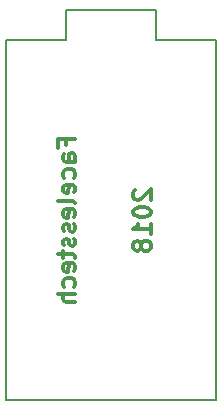
<source format=gbr>
G04 #@! TF.GenerationSoftware,KiCad,Pcbnew,5.0.2+dfsg1-1~bpo9+1*
G04 #@! TF.CreationDate,2018-12-22T15:32:15+00:00*
G04 #@! TF.ProjectId,arduino_controller,61726475-696e-46f5-9f63-6f6e74726f6c,rev?*
G04 #@! TF.SameCoordinates,Original*
G04 #@! TF.FileFunction,Legend,Bot*
G04 #@! TF.FilePolarity,Positive*
%FSLAX46Y46*%
G04 Gerber Fmt 4.6, Leading zero omitted, Abs format (unit mm)*
G04 Created by KiCad (PCBNEW 5.0.2+dfsg1-1~bpo9+1) date Sat 22 Dec 2018 15:32:15 GMT*
%MOMM*%
%LPD*%
G01*
G04 APERTURE LIST*
%ADD10C,0.300000*%
%ADD11C,0.150000*%
G04 APERTURE END LIST*
D10*
X51899428Y-163925571D02*
X51828000Y-163997000D01*
X51756571Y-164139857D01*
X51756571Y-164497000D01*
X51828000Y-164639857D01*
X51899428Y-164711285D01*
X52042285Y-164782714D01*
X52185142Y-164782714D01*
X52399428Y-164711285D01*
X53256571Y-163854142D01*
X53256571Y-164782714D01*
X51756571Y-165711285D02*
X51756571Y-165854142D01*
X51828000Y-165997000D01*
X51899428Y-166068428D01*
X52042285Y-166139857D01*
X52328000Y-166211285D01*
X52685142Y-166211285D01*
X52970857Y-166139857D01*
X53113714Y-166068428D01*
X53185142Y-165997000D01*
X53256571Y-165854142D01*
X53256571Y-165711285D01*
X53185142Y-165568428D01*
X53113714Y-165497000D01*
X52970857Y-165425571D01*
X52685142Y-165354142D01*
X52328000Y-165354142D01*
X52042285Y-165425571D01*
X51899428Y-165497000D01*
X51828000Y-165568428D01*
X51756571Y-165711285D01*
X53256571Y-167639857D02*
X53256571Y-166782714D01*
X53256571Y-167211285D02*
X51756571Y-167211285D01*
X51970857Y-167068428D01*
X52113714Y-166925571D01*
X52185142Y-166782714D01*
X52399428Y-168497000D02*
X52328000Y-168354142D01*
X52256571Y-168282714D01*
X52113714Y-168211285D01*
X52042285Y-168211285D01*
X51899428Y-168282714D01*
X51828000Y-168354142D01*
X51756571Y-168497000D01*
X51756571Y-168782714D01*
X51828000Y-168925571D01*
X51899428Y-168997000D01*
X52042285Y-169068428D01*
X52113714Y-169068428D01*
X52256571Y-168997000D01*
X52328000Y-168925571D01*
X52399428Y-168782714D01*
X52399428Y-168497000D01*
X52470857Y-168354142D01*
X52542285Y-168282714D01*
X52685142Y-168211285D01*
X52970857Y-168211285D01*
X53113714Y-168282714D01*
X53185142Y-168354142D01*
X53256571Y-168497000D01*
X53256571Y-168782714D01*
X53185142Y-168925571D01*
X53113714Y-168997000D01*
X52970857Y-169068428D01*
X52685142Y-169068428D01*
X52542285Y-168997000D01*
X52470857Y-168925571D01*
X52399428Y-168782714D01*
X46057357Y-160104142D02*
X46057357Y-159604142D01*
X46843071Y-159604142D02*
X45343071Y-159604142D01*
X45343071Y-160318428D01*
X46843071Y-161532714D02*
X46057357Y-161532714D01*
X45914500Y-161461285D01*
X45843071Y-161318428D01*
X45843071Y-161032714D01*
X45914500Y-160889857D01*
X46771642Y-161532714D02*
X46843071Y-161389857D01*
X46843071Y-161032714D01*
X46771642Y-160889857D01*
X46628785Y-160818428D01*
X46485928Y-160818428D01*
X46343071Y-160889857D01*
X46271642Y-161032714D01*
X46271642Y-161389857D01*
X46200214Y-161532714D01*
X46771642Y-162889857D02*
X46843071Y-162747000D01*
X46843071Y-162461285D01*
X46771642Y-162318428D01*
X46700214Y-162247000D01*
X46557357Y-162175571D01*
X46128785Y-162175571D01*
X45985928Y-162247000D01*
X45914500Y-162318428D01*
X45843071Y-162461285D01*
X45843071Y-162747000D01*
X45914500Y-162889857D01*
X46771642Y-164104142D02*
X46843071Y-163961285D01*
X46843071Y-163675571D01*
X46771642Y-163532714D01*
X46628785Y-163461285D01*
X46057357Y-163461285D01*
X45914500Y-163532714D01*
X45843071Y-163675571D01*
X45843071Y-163961285D01*
X45914500Y-164104142D01*
X46057357Y-164175571D01*
X46200214Y-164175571D01*
X46343071Y-163461285D01*
X46843071Y-165032714D02*
X46771642Y-164889857D01*
X46628785Y-164818428D01*
X45343071Y-164818428D01*
X46771642Y-166175571D02*
X46843071Y-166032714D01*
X46843071Y-165747000D01*
X46771642Y-165604142D01*
X46628785Y-165532714D01*
X46057357Y-165532714D01*
X45914500Y-165604142D01*
X45843071Y-165747000D01*
X45843071Y-166032714D01*
X45914500Y-166175571D01*
X46057357Y-166247000D01*
X46200214Y-166247000D01*
X46343071Y-165532714D01*
X46771642Y-166818428D02*
X46843071Y-166961285D01*
X46843071Y-167247000D01*
X46771642Y-167389857D01*
X46628785Y-167461285D01*
X46557357Y-167461285D01*
X46414500Y-167389857D01*
X46343071Y-167247000D01*
X46343071Y-167032714D01*
X46271642Y-166889857D01*
X46128785Y-166818428D01*
X46057357Y-166818428D01*
X45914500Y-166889857D01*
X45843071Y-167032714D01*
X45843071Y-167247000D01*
X45914500Y-167389857D01*
X46771642Y-168032714D02*
X46843071Y-168175571D01*
X46843071Y-168461285D01*
X46771642Y-168604142D01*
X46628785Y-168675571D01*
X46557357Y-168675571D01*
X46414500Y-168604142D01*
X46343071Y-168461285D01*
X46343071Y-168247000D01*
X46271642Y-168104142D01*
X46128785Y-168032714D01*
X46057357Y-168032714D01*
X45914500Y-168104142D01*
X45843071Y-168247000D01*
X45843071Y-168461285D01*
X45914500Y-168604142D01*
X45843071Y-169104142D02*
X45843071Y-169675571D01*
X45343071Y-169318428D02*
X46628785Y-169318428D01*
X46771642Y-169389857D01*
X46843071Y-169532714D01*
X46843071Y-169675571D01*
X46771642Y-170747000D02*
X46843071Y-170604142D01*
X46843071Y-170318428D01*
X46771642Y-170175571D01*
X46628785Y-170104142D01*
X46057357Y-170104142D01*
X45914500Y-170175571D01*
X45843071Y-170318428D01*
X45843071Y-170604142D01*
X45914500Y-170747000D01*
X46057357Y-170818428D01*
X46200214Y-170818428D01*
X46343071Y-170104142D01*
X46771642Y-172104142D02*
X46843071Y-171961285D01*
X46843071Y-171675571D01*
X46771642Y-171532714D01*
X46700214Y-171461285D01*
X46557357Y-171389857D01*
X46128785Y-171389857D01*
X45985928Y-171461285D01*
X45914500Y-171532714D01*
X45843071Y-171675571D01*
X45843071Y-171961285D01*
X45914500Y-172104142D01*
X46843071Y-172747000D02*
X45343071Y-172747000D01*
X46843071Y-173389857D02*
X46057357Y-173389857D01*
X45914500Y-173318428D01*
X45843071Y-173175571D01*
X45843071Y-172961285D01*
X45914500Y-172818428D01*
X45985928Y-172747000D01*
D11*
G04 #@! TO.C,U1*
X58775500Y-151239500D02*
X58775500Y-181719500D01*
X58775500Y-151239500D02*
X53695500Y-151239500D01*
X53695500Y-151239500D02*
X53695500Y-148699500D01*
X53695500Y-148699500D02*
X46075500Y-148699500D01*
X46075500Y-148699500D02*
X46075500Y-151239500D01*
X46075500Y-151239500D02*
X40995500Y-151239500D01*
X40995500Y-151239500D02*
X40995500Y-181719500D01*
X40995500Y-181719500D02*
X58775500Y-181719500D01*
G04 #@! TD*
M02*

</source>
